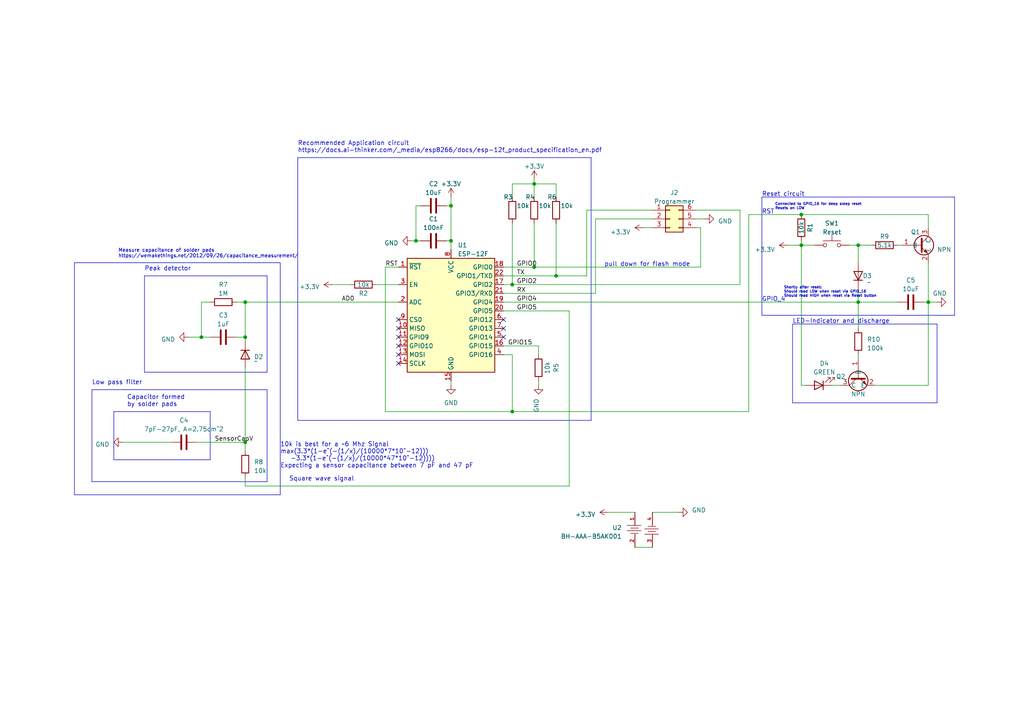
<source format=kicad_sch>
(kicad_sch (version 20230121) (generator eeschema)
  (paper "A4")
  (title_block (title "Blumy") (date "2023-05-12") (rev "1.0"))
  (lib_symbols
    (symbol "Connector_Generic:Conn_02x03_Counter_Clockwise" (pin_names (offset 1.016) hide)
      (property "Reference" "J" (at 1.27 5.08 0))
      (property "Value" "Conn_02x03_Counter_Clockwise" (at 1.27 -5.08 0))
      (symbol "Conn_02x03_Counter_Clockwise_1_1"
        (rectangle (start -1.27 -2.413) (end 0 -2.667) (stroke (width 0.1524)))
        (rectangle (start -1.27 0.127) (end 0 -0.127) (stroke (width 0.1524)))
        (rectangle (start -1.27 2.667) (end 0 2.413) (stroke (width 0.1524)))
        (rectangle (start -1.27 3.81) (end 3.81 -3.81) (stroke (width 0.254)) (fill (type background)))
        (rectangle (start 3.81 -2.413) (end 2.54 -2.667) (stroke (width 0.1524)))
        (rectangle (start 3.81 0.127) (end 2.54 -0.127) (stroke (width 0.1524)))
        (rectangle (start 3.81 2.667) (end 2.54 2.413) (stroke (width 0.1524)))
        (pin passive line (at -5.08 2.54 0) (length 3.81) (name "Pin_1") (number "1"))
        (pin passive line (at -5.08 0 0) (length 3.81) (name "Pin_2") (number "2"))
        (pin passive line (at -5.08 -2.54 0) (length 3.81) (name "Pin_3") (number "3"))
        (pin passive line (at 7.62 -2.54 180) (length 3.81) (name "Pin_4") (number "4"))
        (pin passive line (at 7.62 0 180) (length 3.81) (name "Pin_5") (number "5"))
        (pin passive line (at 7.62 2.54 180) (length 3.81) (name "Pin_6") (number "6"))
      )
    )
    (symbol "Custom_Parts:BH-AAA-B5AK001" (pin_names hide)
      (property "Reference" "U" (at 0 1.27 0))
      (property "Value" "BH-AAA-B5AK001" (at 0 -5.08 0))
      (symbol "BH-AAA-B5AK001_0_1"
        (polyline (pts (xy -1.27 -0.254) (xy -1.27 -4.318)))
        (polyline (pts (xy -1.016 3.81) (xy -1.016 1.524)))
        (polyline (pts (xy -0.508 -1.27) (xy -0.508 -3.556)))
        (polyline (pts (xy -0.254 4.826) (xy -0.254 0.762)))
        (polyline (pts (xy 0.254 -0.254) (xy 0.254 -4.318)))
        (polyline (pts (xy 0.508 3.81) (xy 0.508 1.524)))
        (polyline (pts (xy 1.016 -1.27) (xy 1.016 -3.556)))
        (polyline (pts (xy 1.27 4.826) (xy 1.27 0.762)))
      )
      (symbol "BH-AAA-B5AK001_1_1"
        (pin power_out line (at 5.08 2.54 180) (length 3.81) (name "+") (number "1"))
        (pin power_in line (at -5.08 2.54 0) (length 3.81) (name "-") (number "2"))
        (pin power_out line (at -5.08 -2.54 0) (length 3.81) (name "+") (number "3"))
        (pin power_out line (at 5.08 -2.54 180) (length 3.81) (name "-") (number "4"))
      )
    )
    (symbol "Custom_Parts:NPN_bipolar_S8050-SOT-23"
      (property "Reference" "U" (at 0 0 0))
      (symbol "NPN_bipolar_S8050-SOT-23_0_1"
        (polyline (pts (xy 1.27 -1.27) (xy 4.445 -1.27)) (stroke (width 0.1524)))
        (polyline (pts (xy 4.445 -0.635) (xy 6.35 1.27)))
        (polyline (pts (xy 6.604 -2.54) (xy 6.604 -2.54)) (stroke (width 0.1524)))
        (polyline (pts (xy 6.604 -2.54) (xy 6.604 -2.54)) (stroke (width 0.1524)))
        (polyline (pts (xy 4.445 -1.905) (xy 6.35 -3.81) (xy 6.35 -3.81)))
        (polyline (pts (xy 4.445 0.635) (xy 4.445 -3.175) (xy 4.445 -3.175)) (stroke (width 0.508)))
        (polyline (pts (xy 5.08 -3.048) (xy 5.588 -2.54) (xy 6.096 -3.556) (xy 5.08 -3.048) (xy 5.08 -3.048)) (fill (type outline)))
        (circle (center 5.08 -1.27) (radius 2.8194) (stroke (width 0.254)))
      )
      (symbol "NPN_bipolar_S8050-SOT-23_1_1"
        (pin input line (at -1.27 -1.27 0) (length 2.54) (name "B") (number "1"))
        (pin open_emitter line (at 6.35 -6.35 90) (length 2.54) (name "E") (number "2"))
        (pin open_collector line (at 6.35 3.81 270) (length 2.54) (name "C") (number "3"))
      )
    )
    (symbol "Device:C" (pin_numbers hide) (pin_names (offset 0.254))
      (property "Reference" "C" (at 0.635 2.54 0))
      (property "Value" "C" (at 0.635 -2.54 0))
      (symbol "C_0_1"
        (polyline (pts (xy -2.032 -0.762) (xy 2.032 -0.762)) (stroke (width 0.508)))
        (polyline (pts (xy -2.032 0.762) (xy 2.032 0.762)) (stroke (width 0.508)))
      )
      (symbol "C_1_1"
        (pin passive line (at 0 3.81 270) (length 2.794) (name "~") (number "1"))
        (pin passive line (at 0 -3.81 90) (length 2.794) (name "~") (number "2"))
      )
    )
    (symbol "Device:D" (pin_numbers hide) (pin_names (offset 1.016) hide)
      (property "Reference" "D" (at 0 2.54 0))
      (property "Value" "D" (at 0 -2.54 0))
      (symbol "D_0_1"
        (polyline (pts (xy -1.27 1.27) (xy -1.27 -1.27)) (stroke (width 0.254)))
        (polyline (pts (xy 1.27 0) (xy -1.27 0)))
        (polyline (pts (xy 1.27 1.27) (xy 1.27 -1.27) (xy -1.27 0) (xy 1.27 1.27)) (stroke (width 0.254)))
      )
      (symbol "D_1_1"
        (pin passive line (at -3.81 0 0) (length 2.54) (name "K") (number "1"))
        (pin passive line (at 3.81 0 180) (length 2.54) (name "A") (number "2"))
      )
    )
    (symbol "Device:LED" (pin_numbers hide) (pin_names (offset 1.016) hide)
      (property "Reference" "D" (at 0 2.54 0))
      (property "Value" "LED" (at 0 -2.54 0))
      (symbol "LED_0_1"
        (polyline (pts (xy -1.27 -1.27) (xy -1.27 1.27)) (stroke (width 0.254)))
        (polyline (pts (xy -1.27 0) (xy 1.27 0)))
        (polyline (pts (xy 1.27 -1.27) (xy 1.27 1.27) (xy -1.27 0) (xy 1.27 -1.27)) (stroke (width 0.254)))
        (polyline (pts (xy -3.048 -0.762) (xy -4.572 -2.286) (xy -3.81 -2.286) (xy -4.572 -2.286) (xy -4.572 -1.524)))
        (polyline (pts (xy -1.778 -0.762) (xy -3.302 -2.286) (xy -2.54 -2.286) (xy -3.302 -2.286) (xy -3.302 -1.524)))
      )
      (symbol "LED_1_1"
        (pin passive line (at -3.81 0 0) (length 2.54) (name "K") (number "1"))
        (pin passive line (at 3.81 0 180) (length 2.54) (name "A") (number "2"))
      )
    )
    (symbol "Device:R" (pin_numbers hide) (pin_names (offset 0))
      (property "Reference" "R" (at 2.032 0 90))
      (property "Value" "R" (at 0 0 90))
      (symbol "R_0_1"
        (rectangle (start -1.016 -2.54) (end 1.016 2.54) (stroke (width 0.254)))
      )
      (symbol "R_1_1"
        (pin passive line (at 0 3.81 270) (length 1.27) (name "~") (number "1"))
        (pin passive line (at 0 -3.81 90) (length 1.27) (name "~") (number "2"))
      )
    )
    (symbol "RF_Module:ESP-12F"
      (property "Reference" "U" (at -12.7 19.05 0))
      (property "Value" "ESP-12F" (at 12.7 19.05 0))
      (symbol "ESP-12F_0_1"
        (rectangle (start -12.7 17.78) (end 12.7 -15.24) (stroke (width 0.254)) (fill (type background)))
      )
      (symbol "ESP-12F_1_1"
        (pin input line (at -15.24 15.24 0) (length 2.54) (name "~{RST}") (number "1"))
        (pin bidirectional line (at -15.24 -2.54 0) (length 2.54) (name "MISO") (number "10"))
        (pin bidirectional line (at -15.24 -5.08 0) (length 2.54) (name "GPIO9") (number "11"))
        (pin bidirectional line (at -15.24 -7.62 0) (length 2.54) (name "GPIO10") (number "12"))
        (pin bidirectional line (at -15.24 -10.16 0) (length 2.54) (name "MOSI") (number "13"))
        (pin bidirectional line (at -15.24 -12.7 0) (length 2.54) (name "SCLK") (number "14"))
        (pin power_in line (at 0 -17.78 90) (length 2.54) (name "GND") (number "15"))
        (pin bidirectional line (at 15.24 -7.62 180) (length 2.54) (name "GPIO15") (number "16"))
        (pin bidirectional line (at 15.24 10.16 180) (length 2.54) (name "GPIO2") (number "17"))
        (pin bidirectional line (at 15.24 15.24 180) (length 2.54) (name "GPIO0") (number "18"))
        (pin bidirectional line (at 15.24 5.08 180) (length 2.54) (name "GPIO4") (number "19"))
        (pin input line (at -15.24 5.08 0) (length 2.54) (name "ADC") (number "2"))
        (pin bidirectional line (at 15.24 2.54 180) (length 2.54) (name "GPIO5") (number "20"))
        (pin bidirectional line (at 15.24 7.62 180) (length 2.54) (name "GPIO3/RXD") (number "21"))
        (pin bidirectional line (at 15.24 12.7 180) (length 2.54) (name "GPIO1/TXD") (number "22"))
        (pin input line (at -15.24 10.16 0) (length 2.54) (name "EN") (number "3"))
        (pin bidirectional line (at 15.24 -10.16 180) (length 2.54) (name "GPIO16") (number "4"))
        (pin bidirectional line (at 15.24 -5.08 180) (length 2.54) (name "GPIO14") (number "5"))
        (pin bidirectional line (at 15.24 0 180) (length 2.54) (name "GPIO12") (number "6"))
        (pin bidirectional line (at 15.24 -2.54 180) (length 2.54) (name "GPIO13") (number "7"))
        (pin power_in line (at 0 20.32 270) (length 2.54) (name "VCC") (number "8"))
        (pin input line (at -15.24 0 0) (length 2.54) (name "CS0") (number "9"))
      )
    )
    (symbol "Switch:SW_Push" (pin_numbers hide) (pin_names (offset 1.016) hide)
      (property "Reference" "SW" (at 1.27 2.54 0))
      (property "Value" "SW_Push" (at 0 -1.524 0))
      (symbol "SW_Push_0_1"
        (circle (center -2.032 0) (radius 0.508))
        (polyline (pts (xy 0 1.27) (xy 0 3.048)))
        (polyline (pts (xy 2.54 1.27) (xy -2.54 1.27)))
        (circle (center 2.032 0) (radius 0.508))
        (pin passive line (at -5.08 0 0) (length 2.54) (name "1") (number "1"))
        (pin passive line (at 5.08 0 180) (length 2.54) (name "2") (number "2"))
      )
    )
    (symbol "power:+3.3V" (power) (pin_names (offset 0))
      (property "Value" "+3.3V" (at 0 3.556 0))
      (symbol "+3.3V_0_1"
        (polyline (pts (xy -0.762 1.27) (xy 0 2.54)))
        (polyline (pts (xy 0 0) (xy 0 2.54)))
        (polyline (pts (xy 0 2.54) (xy 0.762 1.27)))
      )
      (symbol "+3.3V_1_1"
        (pin power_in line (at 0 0 90) (length 0) hide (name "+3.3V") (number "1"))
      )
    )
    (symbol "power:GND" (power) (pin_names (offset 0))
      (property "Value" "GND" (at 0 -3.81 0))
      (symbol "GND_0_1"
        (polyline (pts (xy 0 0) (xy 0 -1.27) (xy 1.27 -1.27) (xy 0 -2.54) (xy -1.27 -1.27) (xy 0 -1.27)))
      )
      (symbol "GND_1_1"
        (pin power_in line (at 0 0 270) (length 0) hide (name "GND") (number "1"))
      )
    )
  )
  (junction (at 154.94 77.47))
  (junction (at 130.81 69.85))
  (junction (at 161.29 80.01))
  (junction (at 248.92 71.12))
  (junction (at 232.41 71.12))
  (junction (at 120.65 69.85))
  (junction (at 148.59 82.55))
  (junction (at 58.42 97.79))
  (junction (at 269.24 87.63))
  (junction (at 154.94 53.34))
  (junction (at 232.41 62.23))
  (junction (at 148.59 119.38))
  (junction (at 71.12 128.27))
  (junction (at 71.12 97.79))
  (junction (at 130.81 59.69))
  (junction (at 71.12 87.63))
  (junction (at 248.92 87.63))
  (no_connect (at 115.57 105.41))
  (no_connect (at 115.57 97.79))
  (no_connect (at 115.57 102.87))
  (no_connect (at 146.05 95.25))
  (no_connect (at 115.57 92.71))
  (no_connect (at 115.57 100.33))
  (no_connect (at 146.05 92.71))
  (no_connect (at 146.05 97.79))
  (no_connect (at 115.57 95.25))
  (wire (pts (xy 120.65 69.85) (xy 121.92 69.85)))
  (polyline (pts (xy 26.67 139.7) (xy 77.47 139.7)))
  (polyline (pts (xy 33.02 119.38) (xy 33.02 133.35)))
  (wire (pts (xy 269.24 62.23) (xy 269.24 66.04)))
  (wire (pts (xy 246.38 71.12) (xy 248.92 71.12)))
  (wire (pts (xy 148.59 64.77) (xy 148.59 82.55)))
  (wire (pts (xy 154.94 64.77) (xy 154.94 77.47)))
  (wire (pts (xy 148.59 102.87) (xy 148.59 119.38)))
  (wire (pts (xy 111.76 77.47) (xy 111.76 119.38)))
  (polyline (pts (xy 60.96 133.35) (xy 60.96 119.38)))
  (polyline (pts (xy 276.86 91.44) (xy 220.98 91.44)))
  (wire (pts (xy 232.41 62.23) (xy 269.24 62.23)))
  (wire (pts (xy 203.2 66.04) (xy 201.93 66.04)))
  (wire (pts (xy 148.59 82.55) (xy 214.63 82.55)))
  (polyline (pts (xy 21.59 76.2) (xy 81.28 76.2)))
  (wire (pts (xy 156.21 102.87) (xy 156.21 100.33)))
  (wire (pts (xy 58.42 97.79) (xy 60.96 97.79)))
  (wire (pts (xy 109.22 82.55) (xy 115.57 82.55)))
  (wire (pts (xy 71.12 138.43) (xy 71.12 140.97)))
  (wire (pts (xy 232.41 69.85) (xy 232.41 71.12)))
  (wire (pts (xy 130.81 57.15) (xy 130.81 59.69)))
  (wire (pts (xy 269.24 87.63) (xy 269.24 111.76)))
  (wire (pts (xy 119.38 69.85) (xy 120.65 69.85)))
  (wire (pts (xy 248.92 87.63) (xy 248.92 95.25)))
  (wire (pts (xy 189.23 148.59) (xy 196.85 148.59)))
  (wire (pts (xy 203.2 77.47) (xy 203.2 66.04)))
  (wire (pts (xy 57.15 128.27) (xy 71.12 128.27)))
  (wire (pts (xy 217.17 62.23) (xy 232.41 62.23)))
  (wire (pts (xy 232.41 111.76) (xy 233.68 111.76)))
  (wire (pts (xy 172.72 63.5) (xy 189.23 63.5)))
  (polyline (pts (xy 271.78 93.98) (xy 271.78 116.84)))
  (wire (pts (xy 248.92 83.82) (xy 248.92 87.63)))
  (polyline (pts (xy 271.78 116.84) (xy 229.87 116.84)))
  (wire (pts (xy 146.05 87.63) (xy 248.92 87.63)))
  (wire (pts (xy 146.05 102.87) (xy 148.59 102.87)))
  (wire (pts (xy 129.54 59.69) (xy 130.81 59.69)))
  (wire (pts (xy 232.41 71.12) (xy 232.41 111.76)))
  (wire (pts (xy 68.58 87.63) (xy 71.12 87.63)))
  (polyline (pts (xy 21.59 143.51) (xy 81.28 143.51)))
  (wire (pts (xy 120.65 59.69) (xy 120.65 69.85)))
  (wire (pts (xy 96.52 82.55) (xy 101.6 82.55)))
  (wire (pts (xy 71.12 87.63) (xy 115.57 87.63)))
  (wire (pts (xy 161.29 80.01) (xy 170.18 80.01)))
  (wire (pts (xy 60.96 87.63) (xy 58.42 87.63)))
  (wire (pts (xy 201.93 63.5) (xy 204.47 63.5)))
  (wire (pts (xy 254 111.76) (xy 269.24 111.76)))
  (wire (pts (xy 154.94 53.34) (xy 154.94 57.15)))
  (wire (pts (xy 165.1 90.17) (xy 165.1 140.97)))
  (wire (pts (xy 176.53 148.59) (xy 184.15 148.59)))
  (wire (pts (xy 54.61 97.79) (xy 58.42 97.79)))
  (wire (pts (xy 228.6 71.12) (xy 232.41 71.12)))
  (wire (pts (xy 146.05 90.17) (xy 165.1 90.17)))
  (wire (pts (xy 148.59 53.34) (xy 148.59 57.15)))
  (wire (pts (xy 241.3 111.76) (xy 243.84 111.76)))
  (wire (pts (xy 146.05 77.47) (xy 154.94 77.47)))
  (wire (pts (xy 170.18 80.01) (xy 170.18 60.96)))
  (wire (pts (xy 121.92 59.69) (xy 120.65 59.69)))
  (wire (pts (xy 111.76 77.47) (xy 115.57 77.47)))
  (polyline (pts (xy 220.98 57.15) (xy 220.98 91.44)))
  (polyline (pts (xy 276.86 57.15) (xy 276.86 91.44)))
  (polyline (pts (xy 171.45 121.92) (xy 171.45 45.72)))
  (wire (pts (xy 214.63 82.55) (xy 214.63 60.96)))
  (wire (pts (xy 161.29 53.34) (xy 161.29 57.15)))
  (polyline (pts (xy 229.87 93.98) (xy 271.78 93.98)))
  (wire (pts (xy 35.56 128.27) (xy 49.53 128.27)))
  (wire (pts (xy 248.92 71.12) (xy 248.92 76.2)))
  (wire (pts (xy 146.05 82.55) (xy 148.59 82.55)))
  (wire (pts (xy 148.59 53.34) (xy 154.94 53.34)))
  (polyline (pts (xy 86.36 45.72) (xy 171.45 45.72)))
  (polyline (pts (xy 26.67 113.03) (xy 77.47 113.03)))
  (wire (pts (xy 130.81 69.85) (xy 130.81 72.39)))
  (wire (pts (xy 170.18 60.96) (xy 189.23 60.96)))
  (wire (pts (xy 248.92 87.63) (xy 260.35 87.63)))
  (polyline (pts (xy 220.98 57.15) (xy 276.86 57.15)))
  (wire (pts (xy 146.05 85.09) (xy 172.72 85.09)))
  (wire (pts (xy 130.81 59.69) (xy 130.81 69.85)))
  (wire (pts (xy 232.41 71.12) (xy 236.22 71.12)))
  (polyline (pts (xy 21.59 143.51) (xy 21.59 76.2)))
  (wire (pts (xy 71.12 87.63) (xy 71.12 97.79)))
  (wire (pts (xy 129.54 69.85) (xy 130.81 69.85)))
  (polyline (pts (xy 33.02 119.38) (xy 60.96 119.38)))
  (polyline (pts (xy 86.36 121.92) (xy 171.45 121.92)))
  (wire (pts (xy 248.92 102.87) (xy 248.92 104.14)))
  (polyline (pts (xy 26.67 113.03) (xy 26.67 139.7)))
  (wire (pts (xy 260.35 71.12) (xy 261.62 71.12)))
  (wire (pts (xy 165.1 140.97) (xy 71.12 140.97)))
  (polyline (pts (xy 229.87 93.98) (xy 229.87 116.84)))
  (wire (pts (xy 186.69 66.04) (xy 189.23 66.04)))
  (wire (pts (xy 68.58 97.79) (xy 71.12 97.79)))
  (polyline (pts (xy 33.02 133.35) (xy 60.96 133.35)))
  (polyline (pts (xy 86.36 45.72) (xy 86.36 121.92)))
  (polyline (pts (xy 41.91 107.95) (xy 77.47 107.95)))
  (polyline (pts (xy 41.91 80.01) (xy 41.91 107.95)))
  (wire (pts (xy 71.12 128.27) (xy 71.12 130.81)))
  (wire (pts (xy 248.92 71.12) (xy 252.73 71.12)))
  (wire (pts (xy 71.12 97.79) (xy 71.12 99.06)))
  (wire (pts (xy 130.81 110.49) (xy 130.81 111.76)))
  (wire (pts (xy 154.94 52.07) (xy 154.94 53.34)))
  (wire (pts (xy 184.15 158.75) (xy 189.23 158.75)))
  (wire (pts (xy 172.72 63.5) (xy 172.72 85.09)))
  (wire (pts (xy 156.21 110.49) (xy 156.21 111.76)))
  (wire (pts (xy 148.59 119.38) (xy 217.17 119.38)))
  (wire (pts (xy 71.12 106.68) (xy 71.12 128.27)))
  (wire (pts (xy 146.05 100.33) (xy 156.21 100.33)))
  (wire (pts (xy 154.94 77.47) (xy 203.2 77.47)))
  (wire (pts (xy 58.42 87.63) (xy 58.42 97.79)))
  (wire (pts (xy 154.94 53.34) (xy 161.29 53.34)))
  (wire (pts (xy 269.24 76.2) (xy 269.24 87.63)))
  (polyline (pts (xy 77.47 80.01) (xy 41.91 80.01)))
  (wire (pts (xy 161.29 64.77) (xy 161.29 80.01)))
  (wire (pts (xy 217.17 62.23) (xy 217.17 119.38)))
  (polyline (pts (xy 77.47 139.7) (xy 77.47 113.03)))
  (wire (pts (xy 269.24 87.63) (xy 271.78 87.63)))
  (polyline (pts (xy 77.47 80.01) (xy 77.47 107.95)))
  (wire (pts (xy 214.63 60.96) (xy 201.93 60.96)))
  (wire (pts (xy 267.97 87.63) (xy 269.24 87.63)))
  (wire (pts (xy 148.59 119.38) (xy 111.76 119.38)))
  (wire (pts (xy 146.05 80.01) (xy 161.29 80.01)))
  (polyline (pts (xy 81.28 76.2) (xy 81.28 143.51)))
  (text "Capacitor formed\nby solder pads" (at 36.83 118.11 0) (effects (font (size 1.27 1.27)) (justify left bottom)))
  (text "Square wave signal" (at 83.82 139.7 0) (effects (font (size 1.27 1.27)) (justify left bottom)))
  (text "10k is best for a ~6 Mhz Signal\nmax(3.3*(1-e^(-(1/x)/(10000*7*10^-12)))\n   -3.3*(1-e^(-(1/x)/(10000*47*10^-12))))\nExpecting a sensor capacitance between 7 pF and 47 pF" (at 81.28 135.89 0) (effects (font (size 1.27 1.27)) (justify left bottom)))
  (text "Connected to GPIO_16 for deep sleep reset\nResets on LOW" (at 224.79 60.96 0) (effects (font (size 0.75 0.75)) (justify left bottom)))
  (text "Shortly after reset:\nShould read LOW when reset via GPIO_16\nShould read HIGH when reset via Reset button" (at 227.33 86.36 0) (effects (font (size 0.75 0.75)) (justify left bottom)))
  (text "Recommended Application circuit\nhttps://docs.ai-thinker.com/_media/esp8266/docs/esp-12f_product_specification_en.pdf" (at 86.36 44.45 0) (effects (font (size 1.27 1.27)) (justify left bottom)))
  (text "GPIO_4" (at 220.98 87.63 0) (effects (font (size 1.27 1.27)) (justify left bottom)))
  (text "Measure capacitance of solder pads\nhttps://wemakethings.net/2012/09/26/capacitance_measurement/" (at 34.29 74.93 0) (effects (font (size 1 1)) (justify left bottom)))
  (text "Peak detector" (at 41.91 78.74 0) (effects (font (size 1.27 1.27)) (justify left bottom)))
  (text "RST" (at 220.98 62.23 0) (effects (font (size 1.27 1.27)) (justify left bottom)))
  (text "pull down for flash mode" (at 175.26 77.47 0) (effects (font (size 1.27 1.27)) (justify left bottom)))
  (text "Low pass filter" (at 26.67 111.76 0) (effects (font (size 1.27 1.27)) (justify left bottom)))
  (text "LED-Indicator and discharge" (at 229.87 93.98 0) (effects (font (size 1.27 1.27)) (justify left bottom)))
  (text "Reset circuit" (at 220.98 57.15 0) (effects (font (size 1.27 1.27)) (justify left bottom)))
  (label "GPIO15" (at 147.32 100.33 0))
  (label "AD0" (at 99.06 87.63 0))
  (label "TX" (at 149.86 80.01 0))
  (label "GPIO0" (at 149.86 77.47 0))
  (label "SensorCapV" (at 62.23 128.27 0))
  (label "RX" (at 149.86 85.09 0))
  (label "GPIO5" (at 149.86 90.17 0))
  (label "RST" (at 111.76 77.47 0))
  (label "GPIO2" (at 149.86 82.55 0))
  (label "GPIO4" (at 149.86 87.63 0))
  (symbol (lib_id "Device:R") (at 232.41 66.04 180) (unit 1)
    (property "Reference" "R1" (at 234.95 66.04 90))
    (property "Value" "10k" (at 232.41 66.04 90))
    (property "Footprint" "Resistor_SMD:R_0402_1005Metric" (effects hide))
    (property "LCSC" "C25744" (effects hide))
    (property "MPN" "C25744" (effects hide))
  )
  (symbol (lib_id "Connector_Generic:Conn_02x03_Counter_Clockwise") (at 194.31 63.5 0) (unit 1) (in_bom no)
    (property "Reference" "J2" (at 195.58 55.88 0))
    (property "Value" "Programmer" (at 195.58 58.42 0))
    (property "Footprint" "Connector_PinHeader_2.54mm:PinHeader_2x03_P2.54mm_Vertical" (effects hide))
  )
  (symbol (lib_id "Custom_Parts:NPN_bipolar_S8050-SOT-23") (at 262.89 69.85 0) (unit 1)
    (property "Reference" "Q1" (at 264.16 67.31 0) (effects (justify left)))
    (property "Value" "NPN" (at 271.78 72.39 0) (effects (justify left)))
    (property "Footprint" "Package_TO_SOT_SMD:SOT-23" (effects hide))
    (property "Sim.Device" "NPN" (effects hide))
    (property "Sim.Type" "GUMMELPOON" (effects hide))
    (property "Sim.Pins" "1=C 2=B 3=E" (effects hide))
    (property "LCSC" "C2146" (effects hide))
    (property "MPN" "C2146" (effects hide))
    (property "JLCPCB Rotation Offset" "180" (effects hide))
  )
  (symbol (lib_id "Switch:SW_Push") (at 241.3 71.12 0) (unit 1)
    (property "Reference" "SW1" (at 241.3 64.77 0))
    (property "Value" "Reset" (at 241.3 67.31 0))
    (property "Footprint" "CustomFootprints:SW_Push_1P1T_XKB_TS-1187A" (effects hide))
    (property "LCSC" "C318884" (effects hide))
    (property "MPN" "C318884" (effects hide))
  )
  (symbol (lib_id "power:GND") (at 54.61 97.79 270) (unit 1)
    (property "Reference" "#PWR013" (effects hide))
    (property "Value" "GND" (at 50.8 98.425 90) (effects (justify right)))
  )
  (symbol (lib_id "Device:D") (at 248.92 80.01 90) (unit 1)
    (property "Reference" "D3" (at 250.19 80.01 90) (effects (justify right)))
    (property "Value" "~" (at 251.46 81.915 90) (effects (justify right)))
    (property "Footprint" "Diode_SMD:D_SOD-123F" (effects hide))
    (property "Sim.Device" "D" (effects hide))
    (property "Sim.Pins" "1=K 2=A" (effects hide))
    (property "LCSC" "C81598" (effects hide))
    (property "MPN" "C81598" (effects hide))
  )
  (symbol (lib_id "power:+3.3V") (at 186.69 66.04 90) (unit 1)
    (property "Reference" "#PWR06" (effects hide))
    (property "Value" "+3.3V" (at 182.88 67.31 90) (effects (justify left)))
  )
  (symbol (lib_id "Device:C") (at 125.73 69.85 90) (unit 1)
    (property "Reference" "C1" (at 125.73 63.5 90))
    (property "Value" "100nF" (at 125.73 66.04 90))
    (property "Footprint" "Capacitor_SMD:C_0402_1005Metric" (effects hide))
    (property "LCSC" "C1525" (effects hide))
    (property "MPN" "C1525" (effects hide))
  )
  (symbol (lib_id "Device:R") (at 148.59 60.96 0) (unit 1)
    (property "Reference" "R3" (at 146.05 57.15 0) (effects (justify left)))
    (property "Value" "10k" (at 149.86 59.69 0) (effects (justify left)))
    (property "Footprint" "Resistor_SMD:R_0402_1005Metric" (effects hide))
    (property "LCSC" "C25744" (effects hide))
    (property "MPN" "C25744" (effects hide))
  )
  (symbol (lib_id "power:+3.3V") (at 130.81 57.15 0) (unit 1)
    (property "Reference" "#PWR01" (effects hide))
    (property "Value" "+3.3V" (at 130.81 53.34 0))
  )
  (symbol (lib_id "power:GND") (at 35.56 128.27 270) (unit 1)
    (property "Reference" "#PWR014" (effects hide))
    (property "Value" "GND" (at 31.75 128.905 90) (effects (justify right)))
  )
  (symbol (lib_id "power:GND") (at 156.21 111.76 0) (unit 1)
    (property "Reference" "#PWR012" (effects hide))
    (property "Value" "GND" (at 155.575 115.57 90) (effects (justify right)))
  )
  (symbol (lib_id "power:GND") (at 130.81 111.76 0) (unit 1)
    (property "Reference" "#PWR02" (effects hide))
    (property "Value" "GND" (at 130.81 116.84 0))
  )
  (symbol (lib_id "power:GND") (at 119.38 69.85 270) (unit 1)
    (property "Reference" "#PWR03" (effects hide))
    (property "Value" "GND" (at 115.57 70.485 90) (effects (justify right)))
  )
  (symbol (lib_id "power:GND") (at 196.85 148.59 90) (unit 1)
    (property "Reference" "#PWR07" (effects hide))
    (property "Value" "GND" (at 200.66 147.955 90) (effects (justify right)))
  )
  (symbol (lib_id "power:+3.3V") (at 154.94 52.07 0) (unit 1)
    (property "Reference" "#PWR08" (effects hide))
    (property "Value" "+3.3V" (at 154.94 48.26 0))
  )
  (symbol (lib_id "Device:R") (at 256.54 71.12 90) (unit 1)
    (property "Reference" "R9" (at 256.54 68.58 90))
    (property "Value" "5.1k" (at 256.54 71.12 90))
    (property "Footprint" "Resistor_SMD:R_0402_1005Metric" (effects hide))
    (property "LCSC" "C25905" (effects hide))
    (property "MPN" "C25905" (effects hide))
  )
  (symbol (lib_id "Device:C") (at 64.77 97.79 90) (unit 1)
    (property "Reference" "C3" (at 64.77 91.44 90))
    (property "Value" "1uF" (at 64.77 93.98 90))
    (property "Footprint" "Capacitor_SMD:C_0402_1005Metric" (effects hide))
    (property "LCSC" "C52923" (effects hide))
    (property "MPN" "C52923" (effects hide))
  )
  (symbol (lib_id "Device:R") (at 154.94 60.96 0) (unit 1)
    (property "Reference" "R4" (at 152.4 57.15 0) (effects (justify left)))
    (property "Value" "10k" (at 156.21 59.69 0) (effects (justify left)))
    (property "Footprint" "Resistor_SMD:R_0402_1005Metric" (effects hide))
    (property "LCSC" "C25744" (effects hide))
    (property "MPN" "C25744" (effects hide))
  )
  (symbol (lib_id "power:+3.3V") (at 96.52 82.55 90) (unit 1)
    (property "Reference" "#PWR04" (effects hide))
    (property "Value" "+3.3V" (at 92.71 83.185 90) (effects (justify left)))
  )
  (symbol (lib_id "power:GND") (at 204.47 63.5 90) (unit 1)
    (property "Reference" "#PWR010" (effects hide))
    (property "Value" "GND" (at 208.28 64.135 90) (effects (justify right)))
  )
  (symbol (lib_id "power:+3.3V") (at 228.6 71.12 90) (unit 1)
    (property "Reference" "#PWR011" (effects hide))
    (property "Value" "+3.3V" (at 224.79 72.39 90) (effects (justify left)))
  )
  (symbol (lib_id "Device:C") (at 264.16 87.63 90) (unit 1)
    (property "Reference" "C5" (at 264.16 81.28 90))
    (property "Value" "10uF" (at 264.16 83.82 90))
    (property "Footprint" "Capacitor_SMD:C_0402_1005Metric" (effects hide))
    (property "LCSC" "C15525" (effects hide))
    (property "MPN" "C15525" (effects hide))
  )
  (symbol (lib_id "Device:R") (at 161.29 60.96 0) (unit 1)
    (property "Reference" "R6" (at 158.75 57.15 0) (effects (justify left)))
    (property "Value" "10k" (at 162.56 59.69 0) (effects (justify left)))
    (property "Footprint" "Resistor_SMD:R_0402_1005Metric" (effects hide))
    (property "LCSC" "C25744" (effects hide))
    (property "MPN" "C25744" (effects hide))
  )
  (symbol (lib_id "Device:LED") (at 237.49 111.76 180) (unit 1)
    (property "Reference" "D4" (at 239.0775 105.41 0))
    (property "Value" "GREEN" (at 239.0775 107.95 0))
    (property "Footprint" "LED_SMD:LED_0805_2012Metric" (effects hide))
    (property "LCSC" "C2297" (effects hide))
    (property "MPN" "C2297" (effects hide))
  )
  (symbol (lib_id "Device:D") (at 71.12 102.87 270) (unit 1)
    (property "Reference" "D2" (at 73.66 103.505 90) (effects (justify left)))
    (property "Value" "~" (at 73.66 104.775 90) (effects (justify left)))
    (property "Footprint" "Diode_SMD:D_SOD-123F" (effects hide))
    (property "Sim.Device" "D" (effects hide))
    (property "Sim.Pins" "1=K 2=A" (effects hide))
    (property "LCSC" "C81598" (effects hide))
    (property "MPN" "C81598" (effects hide))
  )
  (symbol (lib_id "Device:C") (at 53.34 128.27 90) (unit 1)
    (property "Reference" "C4" (at 53.34 121.92 90))
    (property "Value" "7pF-27pF, A=2.75cm^2" (at 53.34 124.46 90))
  )
  (symbol (lib_id "power:GND") (at 271.78 87.63 90) (unit 1)
    (property "Reference" "#PWR016" (effects hide))
    (property "Value" "GND" (at 270.51 85.09 90) (effects (justify right)))
  )
  (symbol (lib_id "Device:R") (at 248.92 99.06 0) (unit 1)
    (property "Reference" "R10" (at 251.46 98.425 0) (effects (justify left)))
    (property "Value" "100k" (at 251.46 100.965 0) (effects (justify left)))
    (property "Footprint" "Resistor_SMD:R_0402_1005Metric" (effects hide))
    (property "LCSC" "C25741" (effects hide))
    (property "MPN" "C25741" (effects hide))
  )
  (symbol (lib_id "Custom_Parts:NPN_bipolar_S8050-SOT-23") (at 247.65 105.41 90) (mirror x) (unit 1)
    (property "Reference" "Q2" (at 243.84 109.22 90))
    (property "Value" "NPN" (at 248.92 114.3 90))
    (property "Footprint" "Package_TO_SOT_SMD:SOT-23" (effects hide))
    (property "Sim.Device" "NPN" (effects hide))
    (property "Sim.Type" "GUMMELPOON" (effects hide))
    (property "Sim.Pins" "1=C 2=B 3=E" (effects hide))
    (property "LCSC" "C2146" (effects hide))
    (property "MPN" "C2146" (effects hide))
    (property "JLCPCB Rotation Offset" "180" (effects hide))
  )
  (symbol (lib_id "Device:R") (at 105.41 82.55 90) (unit 1)
    (property "Reference" "R2" (at 105.41 85.09 90))
    (property "Value" "10k" (at 105.41 82.55 90))
    (property "Footprint" "Resistor_SMD:R_0402_1005Metric" (effects hide))
    (property "LCSC" "C25744" (effects hide))
    (property "MPN" "C25744" (effects hide))
  )
  (symbol (lib_id "Custom_Parts:BH-AAA-B5AK001") (at 186.69 153.67 90) (unit 1)
    (property "Reference" "U2" (at 180.34 153.035 90) (effects (justify left)))
    (property "Value" "BH-AAA-B5AK001" (at 180.34 155.575 90) (effects (justify left)))
    (property "Footprint" "CustomFootprints:BAT-SMD_BH-AAA-B5AA001" (effects hide))
    (property "Datasheet" "https://item.szlcsc.com/1049847.html" (effects hide))
    (property "LCSC" "C964882" (effects hide))
    (property "MPN" "C964881" (effects hide))
  )
  (symbol (lib_id "power:+3.3V") (at 176.53 148.59 90) (unit 1)
    (property "Reference" "#PWR09" (effects hide))
    (property "Value" "+3.3V" (at 172.72 149.225 90) (effects (justify left)))
  )
  (symbol (lib_id "Device:C") (at 125.73 59.69 90) (unit 1)
    (property "Reference" "C2" (at 125.73 53.34 90))
    (property "Value" "10uF" (at 125.73 55.88 90))
    (property "Footprint" "Capacitor_SMD:C_0402_1005Metric" (effects hide))
    (property "LCSC" "C15525" (effects hide))
    (property "MPN" "C15525" (effects hide))
  )
  (symbol (lib_id "RF_Module:ESP-12F") (at 130.81 92.71 0) (unit 1)
    (property "Reference" "U1" (at 132.7659 71.12 0) (effects (justify left)))
    (property "Value" "ESP-12F" (at 132.7659 73.66 0) (effects (justify left)))
    (property "Footprint" "RF_Module:ESP-12E" (effects hide))
    (property "Datasheet" "http://wiki.ai-thinker.com/_media/esp8266/esp8266_series_modules_user_manual_v1.1.pdf" (effects hide))
    (property "LCSC" "C82891" (effects hide))
    (property "MPN" "C82891" (effects hide))
    (property "JLCPCB Rotation Offset" "-90" (effects hide))
    (property "JLCPCB Position Offset" "4.1,0" (effects hide))
  )
  (symbol (lib_id "Device:R") (at 64.77 87.63 90) (unit 1)
    (property "Reference" "R7" (at 64.77 82.55 90))
    (property "Value" "1M" (at 64.77 85.09 90))
    (property "Footprint" "Resistor_SMD:R_0402_1005Metric" (effects hide))
    (property "LCSC" "C26083" (effects hide))
    (property "MPN" "C26083" (effects hide))
  )
  (symbol (lib_id "Device:R") (at 156.21 106.68 0) (unit 1)
    (property "Reference" "R5" (at 161.29 106.68 90))
    (property "Value" "10k" (at 158.75 106.68 90))
    (property "Footprint" "Resistor_SMD:R_0402_1005Metric" (effects hide))
    (property "LCSC" "C25744" (effects hide))
    (property "MPN" "C25744" (effects hide))
  )
  (symbol (lib_id "Device:R") (at 71.12 134.62 0) (unit 1)
    (property "Reference" "R8" (at 73.66 133.985 0) (effects (justify left)))
    (property "Value" "10k" (at 73.66 136.525 0) (effects (justify left)))
    (property "Footprint" "Resistor_SMD:R_0402_1005Metric" (effects hide))
    (property "LCSC" "C25744" (effects hide))
    (property "MPN" "C25744" (effects hide))
  )
)
</source>
